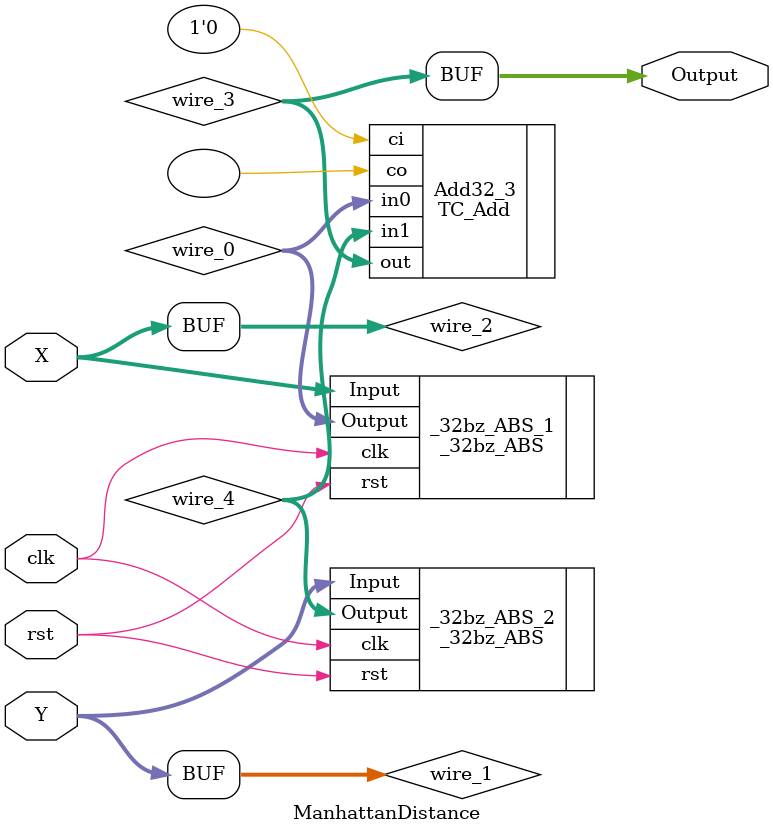
<source format=v>
module ManhattanDistance (clk, rst, X, Y, Output);
  parameter UUID = 0;
  parameter NAME = "";
  input wire clk;
  input wire rst;

  input  wire [31:0] X;
  input  wire [31:0] Y;
  output  wire [31:0] Output;

  TC_Constant # (.UUID(64'd4235744232402661516 ^ UUID), .BIT_WIDTH(64'd1), .value(1'd0)) Off_0 (.out());
  _32bz_ABS # (.UUID(64'd2867156655478424944 ^ UUID)) _32bz_ABS_1 (.clk(clk), .rst(rst), .Input(wire_2), .Output(wire_0));
  _32bz_ABS # (.UUID(64'd497840059967605316 ^ UUID)) _32bz_ABS_2 (.clk(clk), .rst(rst), .Input(wire_1), .Output(wire_4));
  TC_Add # (.UUID(64'd1833361401759064682 ^ UUID), .BIT_WIDTH(64'd32)) Add32_3 (.in0(wire_0), .in1(wire_4), .ci(1'd0), .out(wire_3), .co());

  wire [31:0] wire_0;
  wire [31:0] wire_1;
  assign wire_1 = Y;
  wire [31:0] wire_2;
  assign wire_2 = X;
  wire [31:0] wire_3;
  assign Output = wire_3;
  wire [31:0] wire_4;

endmodule

</source>
